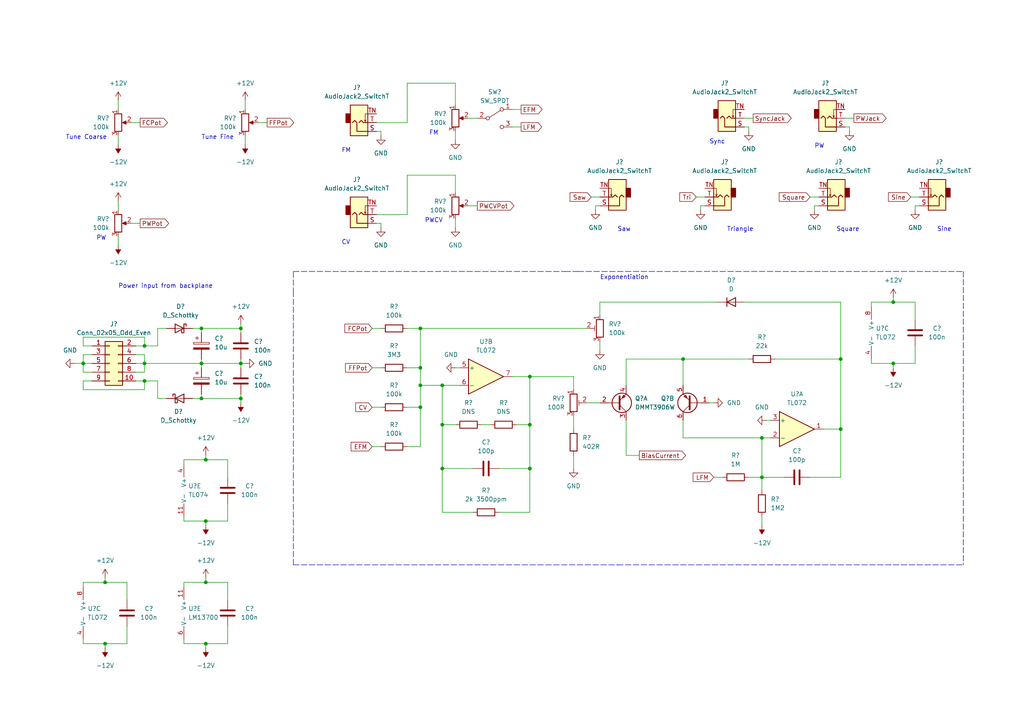
<source format=kicad_sch>
(kicad_sch (version 20211123) (generator eeschema)
  (paper "A4")
  (lib_symbols
    (symbol "Amplifier_Operational:LM13700" (pin_names (offset 0.127))
      (property "Reference" "U" (at 3.81 5.08 0))
      (property "Value" "LM13700" (at 5.08 -5.08 0))
      (symbol "LM13700_1_1"
        (polyline (pts (xy 3.81 -0.635) (xy 3.81 -2.54) (xy 5.08 -2.54)))
        (polyline (pts (xy 5.08 0) (xy -5.08 -5.08) (xy -5.08 5.08) (xy 5.08 0)) (stroke (width 0.254)) (fill (type background)))
        (pin output line (at 7.62 0 180) (length 2.54) (name "~") (number "12"))
        (pin input line (at -7.62 2.54 0) (length 2.54) (name "-") (number "13"))
        (pin input line (at -7.62 -2.54 0) (length 2.54) (name "+") (number "14"))
        (pin input line (at -7.62 0 0) (length 2.54) (name "DIODE_BIAS") (number "15"))
        (pin input line (at 7.62 -2.54 180) (length 2.54) (name "~") (number "16"))
      )
      (symbol "LM13700_2_0"
        (polyline (pts (xy -1.905 2.54) (xy -3.175 2.54)))
      )
      (symbol "LM13700_2_1"
        (circle (center -2.54 1.905) (radius 0.254) (stroke (width 0.254)) (fill (type outline)))
        (polyline (pts (xy -3.81 -0.635) (xy -2.54 -1.27)))
        (polyline (pts (xy -3.81 1.27) (xy -3.81 -1.27)))
        (polyline (pts (xy -2.54 -1.905) (xy -1.27 -2.54)))
        (polyline (pts (xy -2.54 0) (xy -2.54 -2.54)))
        (polyline (pts (xy -3.81 0.635) (xy -2.54 1.27) (xy -2.54 1.905) (xy -2.54 2.54)))
        (polyline (pts (xy -2.54 -1.27) (xy -3.175 -0.635) (xy -3.175 -1.27) (xy -2.54 -1.27)) (fill (type outline)))
        (polyline (pts (xy -2.54 -0.635) (xy -1.27 0) (xy -1.27 1.905) (xy -2.54 1.905)))
        (polyline (pts (xy -1.27 -2.54) (xy -1.905 -1.905) (xy -1.905 -2.54) (xy -1.27 -2.54)) (fill (type outline)))
        (text "V+" (at -2.54 3.81 0) (effects (font (size 1.27 1.27))))
        (pin input line (at -7.62 0 0) (length 3.81) (name "~") (number "10"))
        (pin output line (at 2.54 -2.54 180) (length 3.81) (name "~") (number "9"))
      )
      (symbol "LM13700_3_1"
        (polyline (pts (xy 3.81 -0.635) (xy 3.81 -2.54) (xy 5.08 -2.54)))
        (polyline (pts (xy 5.08 0) (xy -5.08 -5.08) (xy -5.08 5.08) (xy 5.08 0)) (stroke (width 0.254)) (fill (type background)))
        (pin input line (at 7.62 -2.54 180) (length 2.54) (name "~") (number "1"))
        (pin input line (at -7.62 0 0) (length 2.54) (name "DIODE_BIAS") (number "2"))
        (pin input line (at -7.62 -2.54 0) (length 2.54) (name "+") (number "3"))
        (pin input line (at -7.62 2.54 0) (length 2.54) (name "-") (number "4"))
        (pin output line (at 7.62 0 180) (length 2.54) (name "~") (number "5"))
      )
      (symbol "LM13700_4_0"
        (polyline (pts (xy -3.175 2.54) (xy -1.905 2.54)))
        (text "V+" (at -2.54 3.81 0) (effects (font (size 1.27 1.27))))
      )
      (symbol "LM13700_4_1"
        (circle (center -2.54 1.905) (radius 0.254) (stroke (width 0.254)) (fill (type outline)))
        (polyline (pts (xy -3.81 -0.635) (xy -2.54 -1.27)))
        (polyline (pts (xy -3.81 1.27) (xy -3.81 -1.27)))
        (polyline (pts (xy -2.54 -1.905) (xy -1.27 -2.54)))
        (polyline (pts (xy -2.54 0) (xy -2.54 -2.54)))
        (polyline (pts (xy -3.81 0.635) (xy -2.54 1.27) (xy -2.54 2.54)))
        (polyline (pts (xy -2.54 -1.27) (xy -3.175 -0.635) (xy -3.175 -1.27) (xy -2.54 -1.27)) (fill (type outline)))
        (polyline (pts (xy -2.54 -0.635) (xy -1.27 0) (xy -1.27 1.905) (xy -2.54 1.905)))
        (polyline (pts (xy -1.27 -2.54) (xy -1.905 -1.905) (xy -1.905 -2.54) (xy -1.27 -2.54)) (fill (type outline)))
        (pin input line (at -7.62 0 0) (length 3.81) (name "~") (number "7"))
        (pin output line (at 2.54 -2.54 180) (length 3.81) (name "~") (number "8"))
      )
      (symbol "LM13700_5_1"
        (pin power_in line (at -2.54 7.62 270) (length 3.81) (name "V+") (number "11"))
        (pin power_in line (at -2.54 -7.62 90) (length 3.81) (name "V-") (number "6"))
      )
    )
    (symbol "Amplifier_Operational:TL072" (pin_names (offset 0.127))
      (property "Reference" "U" (at 0 5.08 0))
      (property "Value" "TL072" (at 0 -5.08 0))
      (symbol "TL072_1_1"
        (polyline (pts (xy -5.08 5.08) (xy 5.08 0) (xy -5.08 -5.08) (xy -5.08 5.08)) (stroke (width 0.254)) (fill (type background)))
        (pin output line (at 7.62 0 180) (length 2.54) (name "~") (number "1"))
        (pin input line (at -7.62 -2.54 0) (length 2.54) (name "-") (number "2"))
        (pin input line (at -7.62 2.54 0) (length 2.54) (name "+") (number "3"))
      )
      (symbol "TL072_2_1"
        (polyline (pts (xy -5.08 5.08) (xy 5.08 0) (xy -5.08 -5.08) (xy -5.08 5.08)) (stroke (width 0.254)) (fill (type background)))
        (pin input line (at -7.62 2.54 0) (length 2.54) (name "+") (number "5"))
        (pin input line (at -7.62 -2.54 0) (length 2.54) (name "-") (number "6"))
        (pin output line (at 7.62 0 180) (length 2.54) (name "~") (number "7"))
      )
      (symbol "TL072_3_1"
        (pin power_in line (at -2.54 -7.62 90) (length 3.81) (name "V-") (number "4"))
        (pin power_in line (at -2.54 7.62 270) (length 3.81) (name "V+") (number "8"))
      )
    )
    (symbol "Amplifier_Operational:TL074" (pin_names (offset 0.127))
      (property "Reference" "U" (at 0 5.08 0))
      (property "Value" "TL074" (at 0 -5.08 0))
      (symbol "TL074_1_1"
        (polyline (pts (xy -5.08 5.08) (xy 5.08 0) (xy -5.08 -5.08) (xy -5.08 5.08)) (stroke (width 0.254)) (fill (type background)))
        (pin output line (at 7.62 0 180) (length 2.54) (name "~") (number "1"))
        (pin input line (at -7.62 -2.54 0) (length 2.54) (name "-") (number "2"))
        (pin input line (at -7.62 2.54 0) (length 2.54) (name "+") (number "3"))
      )
      (symbol "TL074_2_1"
        (polyline (pts (xy -5.08 5.08) (xy 5.08 0) (xy -5.08 -5.08) (xy -5.08 5.08)) (stroke (width 0.254)) (fill (type background)))
        (pin input line (at -7.62 2.54 0) (length 2.54) (name "+") (number "5"))
        (pin input line (at -7.62 -2.54 0) (length 2.54) (name "-") (number "6"))
        (pin output line (at 7.62 0 180) (length 2.54) (name "~") (number "7"))
      )
      (symbol "TL074_3_1"
        (polyline (pts (xy -5.08 5.08) (xy 5.08 0) (xy -5.08 -5.08) (xy -5.08 5.08)) (stroke (width 0.254)) (fill (type background)))
        (pin input line (at -7.62 2.54 0) (length 2.54) (name "+") (number "10"))
        (pin output line (at 7.62 0 180) (length 2.54) (name "~") (number "8"))
        (pin input line (at -7.62 -2.54 0) (length 2.54) (name "-") (number "9"))
      )
      (symbol "TL074_4_1"
        (polyline (pts (xy -5.08 5.08) (xy 5.08 0) (xy -5.08 -5.08) (xy -5.08 5.08)) (stroke (width 0.254)) (fill (type background)))
        (pin input line (at -7.62 2.54 0) (length 2.54) (name "+") (number "12"))
        (pin input line (at -7.62 -2.54 0) (length 2.54) (name "-") (number "13"))
        (pin output line (at 7.62 0 180) (length 2.54) (name "~") (number "14"))
      )
      (symbol "TL074_5_1"
        (pin power_in line (at -2.54 -7.62 90) (length 3.81) (name "V-") (number "11"))
        (pin power_in line (at -2.54 7.62 270) (length 3.81) (name "V+") (number "4"))
      )
    )
    (symbol "Connector:AudioJack2_SwitchT"
      (property "Reference" "J" (at 0 8.89 0))
      (property "Value" "AudioJack2_SwitchT" (at 0 6.35 0))
      (symbol "AudioJack2_SwitchT_0_1"
        (rectangle (start -2.54 0) (end -3.81 -2.54) (stroke (width 0.254)) (fill (type outline)))
        (polyline (pts (xy 1.778 -0.254) (xy 2.032 -0.762)))
        (polyline (pts (xy 0 0) (xy 0.635 -0.635) (xy 1.27 0) (xy 2.54 0)) (stroke (width 0.254)))
        (polyline (pts (xy 2.54 -2.54) (xy 1.778 -2.54) (xy 1.778 -0.254) (xy 1.524 -0.762)))
        (polyline (pts (xy 2.54 2.54) (xy -0.635 2.54) (xy -0.635 0) (xy -1.27 -0.635) (xy -1.905 0)) (stroke (width 0.254)))
        (rectangle (start 2.54 3.81) (end -2.54 -5.08) (stroke (width 0.254)) (fill (type background)))
      )
      (symbol "AudioJack2_SwitchT_1_1"
        (pin passive line (at 5.08 2.54 180) (length 2.54) (name "~") (number "S"))
        (pin passive line (at 5.08 0 180) (length 2.54) (name "~") (number "T"))
        (pin passive line (at 5.08 -2.54 180) (length 2.54) (name "~") (number "TN"))
      )
    )
    (symbol "Connector_Generic:Conn_02x05_Odd_Even" (pin_names (offset 1.016) hide)
      (property "Reference" "J" (at 1.27 7.62 0))
      (property "Value" "Conn_02x05_Odd_Even" (at 1.27 -7.62 0))
      (symbol "Conn_02x05_Odd_Even_1_1"
        (rectangle (start -1.27 -4.953) (end 0 -5.207) (stroke (width 0.1524)))
        (rectangle (start -1.27 -2.413) (end 0 -2.667) (stroke (width 0.1524)))
        (rectangle (start -1.27 0.127) (end 0 -0.127) (stroke (width 0.1524)))
        (rectangle (start -1.27 2.667) (end 0 2.413) (stroke (width 0.1524)))
        (rectangle (start -1.27 5.207) (end 0 4.953) (stroke (width 0.1524)))
        (rectangle (start -1.27 6.35) (end 3.81 -6.35) (stroke (width 0.254)) (fill (type background)))
        (rectangle (start 3.81 -4.953) (end 2.54 -5.207) (stroke (width 0.1524)))
        (rectangle (start 3.81 -2.413) (end 2.54 -2.667) (stroke (width 0.1524)))
        (rectangle (start 3.81 0.127) (end 2.54 -0.127) (stroke (width 0.1524)))
        (rectangle (start 3.81 2.667) (end 2.54 2.413) (stroke (width 0.1524)))
        (rectangle (start 3.81 5.207) (end 2.54 4.953) (stroke (width 0.1524)))
        (pin passive line (at -5.08 5.08 0) (length 3.81) (name "Pin_1") (number "1"))
        (pin passive line (at 7.62 -5.08 180) (length 3.81) (name "Pin_10") (number "10"))
        (pin passive line (at 7.62 5.08 180) (length 3.81) (name "Pin_2") (number "2"))
        (pin passive line (at -5.08 2.54 0) (length 3.81) (name "Pin_3") (number "3"))
        (pin passive line (at 7.62 2.54 180) (length 3.81) (name "Pin_4") (number "4"))
        (pin passive line (at -5.08 0 0) (length 3.81) (name "Pin_5") (number "5"))
        (pin passive line (at 7.62 0 180) (length 3.81) (name "Pin_6") (number "6"))
        (pin passive line (at -5.08 -2.54 0) (length 3.81) (name "Pin_7") (number "7"))
        (pin passive line (at 7.62 -2.54 180) (length 3.81) (name "Pin_8") (number "8"))
        (pin passive line (at -5.08 -5.08 0) (length 3.81) (name "Pin_9") (number "9"))
      )
    )
    (symbol "Device:C" (pin_numbers hide) (pin_names (offset 0.254))
      (property "Reference" "C" (at 0.635 2.54 0))
      (property "Value" "C" (at 0.635 -2.54 0))
      (symbol "C_0_1"
        (polyline (pts (xy -2.032 -0.762) (xy 2.032 -0.762)) (stroke (width 0.508)))
        (polyline (pts (xy -2.032 0.762) (xy 2.032 0.762)) (stroke (width 0.508)))
      )
      (symbol "C_1_1"
        (pin passive line (at 0 3.81 270) (length 2.794) (name "~") (number "1"))
        (pin passive line (at 0 -3.81 90) (length 2.794) (name "~") (number "2"))
      )
    )
    (symbol "Device:C_Polarized" (pin_numbers hide) (pin_names (offset 0.254))
      (property "Reference" "C" (at 0.635 2.54 0))
      (property "Value" "C_Polarized" (at 0.635 -2.54 0))
      (symbol "C_Polarized_0_1"
        (rectangle (start -2.286 0.508) (end 2.286 1.016))
        (polyline (pts (xy -1.778 2.286) (xy -0.762 2.286)))
        (polyline (pts (xy -1.27 2.794) (xy -1.27 1.778)))
        (rectangle (start 2.286 -0.508) (end -2.286 -1.016) (fill (type outline)))
      )
      (symbol "C_Polarized_1_1"
        (pin passive line (at 0 3.81 270) (length 2.794) (name "~") (number "1"))
        (pin passive line (at 0 -3.81 90) (length 2.794) (name "~") (number "2"))
      )
    )
    (symbol "Device:D" (pin_numbers hide) (pin_names (offset 1.016) hide)
      (property "Reference" "D" (at 0 2.54 0))
      (property "Value" "D" (at 0 -2.54 0))
      (symbol "D_0_1"
        (polyline (pts (xy -1.27 1.27) (xy -1.27 -1.27)) (stroke (width 0.254)))
        (polyline (pts (xy 1.27 0) (xy -1.27 0)))
        (polyline (pts (xy 1.27 1.27) (xy 1.27 -1.27) (xy -1.27 0) (xy 1.27 1.27)) (stroke (width 0.254)))
      )
      (symbol "D_1_1"
        (pin passive line (at -3.81 0 0) (length 2.54) (name "K") (number "1"))
        (pin passive line (at 3.81 0 180) (length 2.54) (name "A") (number "2"))
      )
    )
    (symbol "Device:D_Schottky" (pin_numbers hide) (pin_names (offset 1.016) hide)
      (property "Reference" "D" (at 0 2.54 0))
      (property "Value" "D_Schottky" (at 0 -2.54 0))
      (symbol "D_Schottky_0_1"
        (polyline (pts (xy 1.27 0) (xy -1.27 0)))
        (polyline (pts (xy 1.27 1.27) (xy 1.27 -1.27) (xy -1.27 0) (xy 1.27 1.27)) (stroke (width 0.254)))
        (polyline (pts (xy -1.905 0.635) (xy -1.905 1.27) (xy -1.27 1.27) (xy -1.27 -1.27) (xy -0.635 -1.27) (xy -0.635 -0.635)) (stroke (width 0.254)))
      )
      (symbol "D_Schottky_1_1"
        (pin passive line (at -3.81 0 0) (length 2.54) (name "K") (number "1"))
        (pin passive line (at 3.81 0 180) (length 2.54) (name "A") (number "2"))
      )
    )
    (symbol "Device:R" (pin_numbers hide) (pin_names (offset 0))
      (property "Reference" "R" (at 2.032 0 90))
      (property "Value" "R" (at 0 0 90))
      (symbol "R_0_1"
        (rectangle (start -1.016 -2.54) (end 1.016 2.54) (stroke (width 0.254)))
      )
      (symbol "R_1_1"
        (pin passive line (at 0 3.81 270) (length 1.27) (name "~") (number "1"))
        (pin passive line (at 0 -3.81 90) (length 1.27) (name "~") (number "2"))
      )
    )
    (symbol "Device:R_Potentiometer" (pin_names (offset 1.016) hide)
      (property "Reference" "RV" (at -4.445 0 90))
      (property "Value" "R_Potentiometer" (at -2.54 0 90))
      (symbol "R_Potentiometer_0_1"
        (polyline (pts (xy 2.54 0) (xy 1.524 0)))
        (polyline (pts (xy 1.143 0) (xy 2.286 0.508) (xy 2.286 -0.508) (xy 1.143 0)) (fill (type outline)))
        (rectangle (start 1.016 2.54) (end -1.016 -2.54) (stroke (width 0.254)))
      )
      (symbol "R_Potentiometer_1_1"
        (pin passive line (at 0 3.81 270) (length 1.27) (name "1") (number "1"))
        (pin passive line (at 3.81 0 180) (length 1.27) (name "2") (number "2"))
        (pin passive line (at 0 -3.81 90) (length 1.27) (name "3") (number "3"))
      )
    )
    (symbol "Device:R_Potentiometer_Trim" (pin_names (offset 1.016) hide)
      (property "Reference" "RV" (at -4.445 0 90))
      (property "Value" "R_Potentiometer_Trim" (at -2.54 0 90))
      (symbol "R_Potentiometer_Trim_0_1"
        (polyline (pts (xy 1.524 0.762) (xy 1.524 -0.762)))
        (polyline (pts (xy 2.54 0) (xy 1.524 0)))
        (rectangle (start 1.016 2.54) (end -1.016 -2.54) (stroke (width 0.254)))
      )
      (symbol "R_Potentiometer_Trim_1_1"
        (pin passive line (at 0 3.81 270) (length 1.27) (name "1") (number "1"))
        (pin passive line (at 3.81 0 180) (length 1.27) (name "2") (number "2"))
        (pin passive line (at 0 -3.81 90) (length 1.27) (name "3") (number "3"))
      )
    )
    (symbol "My_Misc:DMMT3906W" (pin_names (offset 0) hide)
      (property "Reference" "Q" (at 5.08 1.27 0))
      (property "Value" "DMMT3906W" (at 5.08 -1.27 0))
      (symbol "DMMT3906W_0_1"
        (polyline (pts (xy 0.635 0) (xy -2.54 0)))
        (polyline (pts (xy 0.635 0.635) (xy 2.54 2.54)))
        (polyline (pts (xy 0.635 -0.635) (xy 2.54 -2.54) (xy 2.54 -2.54)))
        (polyline (pts (xy 0.635 1.905) (xy 0.635 -1.905) (xy 0.635 -1.905)) (stroke (width 0.508)))
        (polyline (pts (xy 2.286 -1.778) (xy 1.778 -2.286) (xy 1.27 -1.27) (xy 2.286 -1.778) (xy 2.286 -1.778)) (fill (type outline)))
        (circle (center 1.27 0) (radius 2.8194) (stroke (width 0.254)))
      )
      (symbol "DMMT3906W_1_1"
        (pin input line (at -5.08 0 0) (length 2.54) (name "B1") (number "2"))
        (pin passive line (at 2.54 5.08 270) (length 2.54) (name "C1") (number "3"))
        (pin passive line (at 2.54 -5.08 90) (length 2.54) (name "E1") (number "4"))
      )
      (symbol "DMMT3906W_2_1"
        (pin input line (at -5.08 0 0) (length 2.54) (name "B2") (number "1"))
        (pin passive line (at 2.54 -5.08 90) (length 2.54) (name "E2") (number "5"))
        (pin passive line (at 2.54 5.08 270) (length 2.54) (name "C2") (number "6"))
      )
    )
    (symbol "Switch:SW_SPDT" (pin_names (offset 0) hide)
      (property "Reference" "SW" (at 0 4.318 0))
      (property "Value" "SW_SPDT" (at 0 -5.08 0))
      (symbol "SW_SPDT_0_0"
        (circle (center -2.032 0) (radius 0.508))
        (circle (center 2.032 -2.54) (radius 0.508))
      )
      (symbol "SW_SPDT_0_1"
        (polyline (pts (xy -1.524 0.254) (xy 1.651 2.286)))
        (circle (center 2.032 2.54) (radius 0.508))
      )
      (symbol "SW_SPDT_1_1"
        (pin passive line (at 5.08 2.54 180) (length 2.54) (name "A") (number "1"))
        (pin passive line (at -5.08 0 0) (length 2.54) (name "B") (number "2"))
        (pin passive line (at 5.08 -2.54 180) (length 2.54) (name "C") (number "3"))
      )
    )
    (symbol "power:+12V" (power) (pin_names (offset 0))
      (property "Value" "+12V" (at 0 3.556 0))
      (symbol "+12V_0_1"
        (polyline (pts (xy -0.762 1.27) (xy 0 2.54)))
        (polyline (pts (xy 0 0) (xy 0 2.54)))
        (polyline (pts (xy 0 2.54) (xy 0.762 1.27)))
      )
      (symbol "+12V_1_1"
        (pin power_in line (at 0 0 90) (length 0) hide (name "+12V") (number "1"))
      )
    )
    (symbol "power:-12V" (power) (pin_names (offset 0))
      (property "Value" "-12V" (at 0 3.81 0))
      (symbol "-12V_0_0"
        (pin power_in line (at 0 0 90) (length 0) hide (name "-12V") (number "1"))
      )
      (symbol "-12V_0_1"
        (polyline (pts (xy 0 0) (xy 0 1.27) (xy 0.762 1.27) (xy 0 2.54) (xy -0.762 1.27) (xy 0 1.27)) (fill (type outline)))
      )
    )
    (symbol "power:GND" (power) (pin_names (offset 0))
      (property "Value" "GND" (at 0 -3.81 0))
      (symbol "GND_0_1"
        (polyline (pts (xy 0 0) (xy 0 -1.27) (xy 1.27 -1.27) (xy 0 -2.54) (xy -1.27 -1.27) (xy 0 -1.27)))
      )
      (symbol "GND_1_1"
        (pin power_in line (at 0 0 270) (length 0) hide (name "GND") (number "1"))
      )
    )
  )
  (junction (at 58.42 105.41))
  (junction (at 59.69 151.13))
  (junction (at 59.69 168.91))
  (junction (at 128.27 135.89))
  (junction (at 153.67 135.89))
  (junction (at 41.91 100.33))
  (junction (at 69.85 105.41))
  (junction (at 30.48 186.69))
  (junction (at 41.91 110.49))
  (junction (at 121.92 106.68))
  (junction (at 128.27 123.19))
  (junction (at 58.42 95.25))
  (junction (at 24.13 105.41))
  (junction (at 59.69 186.69))
  (junction (at 220.98 138.43))
  (junction (at 121.92 118.11))
  (junction (at 69.85 115.57))
  (junction (at 259.08 87.63))
  (junction (at 128.27 111.76))
  (junction (at 121.92 95.25))
  (junction (at 121.92 111.76))
  (junction (at 69.85 95.25))
  (junction (at 30.48 168.91))
  (junction (at 153.67 123.19))
  (junction (at 153.67 109.22))
  (junction (at 58.42 115.57))
  (junction (at 41.91 105.41))
  (junction (at 59.69 133.35))
  (junction (at 243.84 124.46))
  (junction (at 198.12 104.14))
  (junction (at 220.98 127))
  (junction (at 259.08 105.41))
  (junction (at 243.84 104.14))
  (wire (pts (xy 153.67 123.19) (xy 153.67 109.22)))
  (wire (pts (xy 121.92 95.25) (xy 170.18 95.25)))
  (wire (pts (xy 26.67 100.33) (xy 24.13 100.33)))
  (wire (pts (xy 36.83 181.61) (xy 36.83 186.69)))
  (wire (pts (xy 109.22 62.23) (xy 118.11 62.23)))
  (wire (pts (xy 66.04 181.61) (xy 66.04 186.69)))
  (wire (pts (xy 107.95 106.68) (xy 110.49 106.68)))
  (wire (pts (xy 181.61 104.14) (xy 198.12 104.14)))
  (wire (pts (xy 69.85 93.98) (xy 69.85 95.25)))
  (wire (pts (xy 132.08 50.8) (xy 132.08 55.88)))
  (wire (pts (xy 107.95 95.25) (xy 110.49 95.25)))
  (wire (pts (xy 121.92 106.68) (xy 121.92 111.76)))
  (wire (pts (xy 128.27 123.19) (xy 132.08 123.19)))
  (wire (pts (xy 41.91 110.49) (xy 45.72 110.49)))
  (wire (pts (xy 215.9 87.63) (xy 243.84 87.63)))
  (wire (pts (xy 118.11 50.8) (xy 118.11 62.23)))
  (wire (pts (xy 30.48 186.69) (xy 30.48 187.96)))
  (wire (pts (xy 53.34 149.86) (xy 53.34 151.13)))
  (wire (pts (xy 66.04 138.43) (xy 66.04 133.35)))
  (wire (pts (xy 215.9 36.83) (xy 217.17 36.83)))
  (wire (pts (xy 59.69 167.64) (xy 59.69 168.91)))
  (wire (pts (xy 58.42 115.57) (xy 69.85 115.57)))
  (wire (pts (xy 220.98 138.43) (xy 227.33 138.43)))
  (wire (pts (xy 53.34 170.18) (xy 53.34 168.91)))
  (wire (pts (xy 55.88 115.57) (xy 58.42 115.57)))
  (wire (pts (xy 148.59 31.75) (xy 151.13 31.75)))
  (wire (pts (xy 234.95 57.15) (xy 237.49 57.15)))
  (wire (pts (xy 118.11 95.25) (xy 121.92 95.25)))
  (wire (pts (xy 265.43 87.63) (xy 265.43 92.71)))
  (wire (pts (xy 118.11 129.54) (xy 121.92 129.54)))
  (wire (pts (xy 45.72 115.57) (xy 48.26 115.57)))
  (wire (pts (xy 41.91 100.33) (xy 39.37 100.33)))
  (wire (pts (xy 135.89 34.29) (xy 138.43 34.29)))
  (wire (pts (xy 30.48 168.91) (xy 36.83 168.91)))
  (wire (pts (xy 132.08 106.68) (xy 133.35 106.68)))
  (wire (pts (xy 118.11 24.13) (xy 132.08 24.13)))
  (wire (pts (xy 59.69 133.35) (xy 59.69 132.08)))
  (wire (pts (xy 205.74 116.84) (xy 207.01 116.84)))
  (wire (pts (xy 153.67 135.89) (xy 153.67 123.19)))
  (wire (pts (xy 53.34 186.69) (xy 53.34 185.42)))
  (wire (pts (xy 71.12 39.37) (xy 71.12 41.91)))
  (wire (pts (xy 243.84 104.14) (xy 243.84 124.46)))
  (wire (pts (xy 24.13 107.95) (xy 26.67 107.95)))
  (wire (pts (xy 259.08 105.41) (xy 252.73 105.41)))
  (wire (pts (xy 74.93 35.56) (xy 77.47 35.56)))
  (wire (pts (xy 38.1 64.77) (xy 40.64 64.77)))
  (wire (pts (xy 264.16 57.15) (xy 266.7 57.15)))
  (wire (pts (xy 53.34 168.91) (xy 59.69 168.91)))
  (wire (pts (xy 38.1 35.56) (xy 40.64 35.56)))
  (wire (pts (xy 265.43 100.33) (xy 265.43 105.41)))
  (wire (pts (xy 34.29 29.21) (xy 34.29 31.75)))
  (wire (pts (xy 220.98 149.86) (xy 220.98 152.4)))
  (wire (pts (xy 66.04 186.69) (xy 59.69 186.69)))
  (wire (pts (xy 24.13 110.49) (xy 24.13 113.03)))
  (wire (pts (xy 69.85 114.3) (xy 69.85 115.57)))
  (wire (pts (xy 149.86 123.19) (xy 153.67 123.19)))
  (wire (pts (xy 128.27 135.89) (xy 137.16 135.89)))
  (wire (pts (xy 45.72 110.49) (xy 45.72 115.57)))
  (wire (pts (xy 198.12 127) (xy 220.98 127)))
  (wire (pts (xy 153.67 109.22) (xy 148.59 109.22)))
  (polyline (pts (xy 85.09 78.74) (xy 163.83 78.74)))
  (wire (pts (xy 45.72 100.33) (xy 45.72 95.25)))
  (wire (pts (xy 173.99 99.06) (xy 173.99 101.6)))
  (wire (pts (xy 170.18 116.84) (xy 173.99 116.84)))
  (wire (pts (xy 24.13 97.79) (xy 41.91 97.79)))
  (wire (pts (xy 71.12 29.21) (xy 71.12 31.75)))
  (wire (pts (xy 121.92 118.11) (xy 121.92 111.76)))
  (wire (pts (xy 21.59 105.41) (xy 24.13 105.41)))
  (polyline (pts (xy 85.09 85.09) (xy 85.09 78.74)))
  (wire (pts (xy 132.08 63.5) (xy 132.08 66.04)))
  (wire (pts (xy 109.22 64.77) (xy 110.49 64.77)))
  (wire (pts (xy 69.85 105.41) (xy 69.85 106.68)))
  (wire (pts (xy 266.7 59.69) (xy 265.43 59.69)))
  (wire (pts (xy 220.98 127) (xy 220.98 138.43)))
  (wire (pts (xy 128.27 135.89) (xy 128.27 148.59)))
  (wire (pts (xy 59.69 151.13) (xy 59.69 152.4)))
  (wire (pts (xy 109.22 35.56) (xy 118.11 35.56)))
  (wire (pts (xy 121.92 95.25) (xy 121.92 106.68)))
  (wire (pts (xy 243.84 138.43) (xy 243.84 124.46)))
  (wire (pts (xy 132.08 38.1) (xy 132.08 40.64)))
  (wire (pts (xy 24.13 105.41) (xy 26.67 105.41)))
  (wire (pts (xy 132.08 24.13) (xy 132.08 30.48)))
  (wire (pts (xy 58.42 105.41) (xy 69.85 105.41)))
  (wire (pts (xy 166.37 109.22) (xy 166.37 113.03)))
  (wire (pts (xy 24.13 170.18) (xy 24.13 168.91)))
  (wire (pts (xy 128.27 148.59) (xy 137.16 148.59)))
  (wire (pts (xy 30.48 167.64) (xy 30.48 168.91)))
  (wire (pts (xy 24.13 105.41) (xy 24.13 102.87)))
  (wire (pts (xy 153.67 148.59) (xy 153.67 135.89)))
  (wire (pts (xy 128.27 123.19) (xy 128.27 135.89)))
  (wire (pts (xy 34.29 39.37) (xy 34.29 41.91)))
  (wire (pts (xy 245.11 36.83) (xy 246.38 36.83)))
  (wire (pts (xy 59.69 186.69) (xy 53.34 186.69)))
  (wire (pts (xy 24.13 100.33) (xy 24.13 97.79)))
  (wire (pts (xy 110.49 64.77) (xy 110.49 66.04)))
  (wire (pts (xy 34.29 58.42) (xy 34.29 60.96)))
  (wire (pts (xy 265.43 105.41) (xy 259.08 105.41)))
  (wire (pts (xy 252.73 88.9) (xy 252.73 87.63)))
  (wire (pts (xy 201.93 57.15) (xy 204.47 57.15)))
  (wire (pts (xy 53.34 151.13) (xy 59.69 151.13)))
  (wire (pts (xy 173.99 87.63) (xy 208.28 87.63)))
  (wire (pts (xy 173.99 91.44) (xy 173.99 87.63)))
  (wire (pts (xy 41.91 110.49) (xy 39.37 110.49)))
  (wire (pts (xy 171.45 57.15) (xy 173.99 57.15)))
  (wire (pts (xy 69.85 95.25) (xy 69.85 96.52)))
  (polyline (pts (xy 163.83 78.74) (xy 167.64 78.74)))
  (wire (pts (xy 259.08 86.36) (xy 259.08 87.63)))
  (wire (pts (xy 39.37 105.41) (xy 41.91 105.41)))
  (wire (pts (xy 36.83 168.91) (xy 36.83 173.99)))
  (wire (pts (xy 259.08 87.63) (xy 265.43 87.63)))
  (wire (pts (xy 252.73 105.41) (xy 252.73 104.14)))
  (wire (pts (xy 107.95 129.54) (xy 110.49 129.54)))
  (wire (pts (xy 30.48 186.69) (xy 24.13 186.69)))
  (wire (pts (xy 217.17 138.43) (xy 220.98 138.43)))
  (wire (pts (xy 45.72 95.25) (xy 48.26 95.25)))
  (wire (pts (xy 110.49 38.1) (xy 110.49 39.37)))
  (wire (pts (xy 220.98 138.43) (xy 220.98 142.24)))
  (polyline (pts (xy 85.09 163.83) (xy 85.09 85.09)))
  (wire (pts (xy 66.04 151.13) (xy 66.04 146.05)))
  (wire (pts (xy 172.72 59.69) (xy 172.72 60.96)))
  (wire (pts (xy 69.85 115.57) (xy 69.85 116.84)))
  (wire (pts (xy 144.78 148.59) (xy 153.67 148.59)))
  (polyline (pts (xy 179.07 163.83) (xy 179.07 163.83)))
  (wire (pts (xy 58.42 95.25) (xy 58.42 96.52)))
  (wire (pts (xy 34.29 68.58) (xy 34.29 71.12)))
  (wire (pts (xy 259.08 105.41) (xy 259.08 106.68)))
  (wire (pts (xy 118.11 35.56) (xy 118.11 24.13)))
  (wire (pts (xy 198.12 121.92) (xy 198.12 127)))
  (wire (pts (xy 58.42 105.41) (xy 58.42 106.68)))
  (wire (pts (xy 66.04 168.91) (xy 66.04 173.99)))
  (wire (pts (xy 107.95 118.11) (xy 110.49 118.11)))
  (wire (pts (xy 181.61 132.08) (xy 185.42 132.08)))
  (wire (pts (xy 245.11 34.29) (xy 247.65 34.29)))
  (wire (pts (xy 265.43 59.69) (xy 265.43 60.96)))
  (wire (pts (xy 58.42 95.25) (xy 69.85 95.25)))
  (wire (pts (xy 222.25 121.92) (xy 223.52 121.92)))
  (wire (pts (xy 166.37 120.65) (xy 166.37 124.46)))
  (wire (pts (xy 53.34 133.35) (xy 53.34 134.62)))
  (wire (pts (xy 139.7 123.19) (xy 142.24 123.19)))
  (polyline (pts (xy 279.4 78.74) (xy 279.4 163.83)))
  (wire (pts (xy 204.47 59.69) (xy 203.2 59.69)))
  (wire (pts (xy 58.42 104.14) (xy 58.42 105.41)))
  (wire (pts (xy 217.17 36.83) (xy 217.17 38.1)))
  (wire (pts (xy 207.01 138.43) (xy 209.55 138.43)))
  (wire (pts (xy 36.83 186.69) (xy 30.48 186.69)))
  (wire (pts (xy 215.9 34.29) (xy 218.44 34.29)))
  (wire (pts (xy 237.49 59.69) (xy 236.22 59.69)))
  (wire (pts (xy 41.91 97.79) (xy 41.91 100.33)))
  (wire (pts (xy 121.92 111.76) (xy 128.27 111.76)))
  (wire (pts (xy 198.12 104.14) (xy 198.12 111.76)))
  (wire (pts (xy 220.98 127) (xy 223.52 127)))
  (wire (pts (xy 128.27 111.76) (xy 128.27 123.19)))
  (wire (pts (xy 69.85 105.41) (xy 71.12 105.41)))
  (wire (pts (xy 118.11 118.11) (xy 121.92 118.11)))
  (polyline (pts (xy 167.64 78.74) (xy 279.4 78.74)))
  (wire (pts (xy 39.37 107.95) (xy 41.91 107.95)))
  (wire (pts (xy 252.73 87.63) (xy 259.08 87.63)))
  (wire (pts (xy 59.69 186.69) (xy 59.69 187.96)))
  (wire (pts (xy 128.27 111.76) (xy 133.35 111.76)))
  (wire (pts (xy 59.69 133.35) (xy 53.34 133.35)))
  (wire (pts (xy 246.38 36.83) (xy 246.38 38.1)))
  (wire (pts (xy 39.37 102.87) (xy 41.91 102.87)))
  (wire (pts (xy 41.91 105.41) (xy 41.91 107.95)))
  (wire (pts (xy 41.91 105.41) (xy 58.42 105.41)))
  (wire (pts (xy 224.79 104.14) (xy 243.84 104.14)))
  (polyline (pts (xy 179.07 163.83) (xy 279.4 163.83)))
  (wire (pts (xy 243.84 87.63) (xy 243.84 104.14)))
  (wire (pts (xy 144.78 135.89) (xy 153.67 135.89)))
  (wire (pts (xy 59.69 151.13) (xy 66.04 151.13)))
  (wire (pts (xy 173.99 59.69) (xy 172.72 59.69)))
  (wire (pts (xy 181.61 121.92) (xy 181.61 132.08)))
  (wire (pts (xy 166.37 132.08) (xy 166.37 135.89)))
  (wire (pts (xy 153.67 109.22) (xy 166.37 109.22)))
  (wire (pts (xy 148.59 36.83) (xy 151.13 36.83)))
  (wire (pts (xy 41.91 113.03) (xy 41.91 110.49)))
  (wire (pts (xy 243.84 124.46) (xy 238.76 124.46)))
  (wire (pts (xy 58.42 114.3) (xy 58.42 115.57)))
  (wire (pts (xy 41.91 100.33) (xy 45.72 100.33)))
  (wire (pts (xy 55.88 95.25) (xy 58.42 95.25)))
  (polyline (pts (xy 85.09 163.83) (xy 179.07 163.83)))
  (wire (pts (xy 118.11 106.68) (xy 121.92 106.68)))
  (wire (pts (xy 198.12 104.14) (xy 217.17 104.14)))
  (wire (pts (xy 24.13 113.03) (xy 41.91 113.03)))
  (wire (pts (xy 69.85 104.14) (xy 69.85 105.41)))
  (wire (pts (xy 59.69 168.91) (xy 66.04 168.91)))
  (wire (pts (xy 41.91 105.41) (xy 41.91 102.87)))
  (wire (pts (xy 24.13 105.41) (xy 24.13 107.95)))
  (wire (pts (xy 121.92 118.11) (xy 121.92 129.54)))
  (wire (pts (xy 135.89 59.69) (xy 138.43 59.69)))
  (wire (pts (xy 203.2 59.69) (xy 203.2 60.96)))
  (wire (pts (xy 236.22 59.69) (xy 236.22 60.96)))
  (wire (pts (xy 24.13 102.87) (xy 26.67 102.87)))
  (wire (pts (xy 234.95 138.43) (xy 243.84 138.43)))
  (wire (pts (xy 26.67 110.49) (xy 24.13 110.49)))
  (wire (pts (xy 24.13 186.69) (xy 24.13 185.42)))
  (wire (pts (xy 181.61 111.76) (xy 181.61 104.14)))
  (wire (pts (xy 24.13 168.91) (xy 30.48 168.91)))
  (wire (pts (xy 132.08 50.8) (xy 118.11 50.8)))
  (wire (pts (xy 109.22 38.1) (xy 110.49 38.1)))
  (wire (pts (xy 66.04 133.35) (xy 59.69 133.35)))
  (text "Tune Coarse" (at 19.05 40.64 0) (effects (font (size 1.27 1.27)) (justify left bottom)))
  (text "PW" (at 27.94 69.85 0) (effects (font (size 1.27 1.27)) (justify left bottom)))
  (text "FM" (at 99.06 44.45 0) (effects (font (size 1.27 1.27)) (justify left bottom)))
  (text "Triangle" (at 210.82 67.31 0) (effects (font (size 1.27 1.27)) (justify left bottom)))
  (text "Power input from backplane" (at 34.29 83.82 0) (effects (font (size 1.27 1.27)) (justify left bottom)))
  (text "FM" (at 124.46 39.37 0) (effects (font (size 1.27 1.27)) (justify left bottom)))
  (text "Saw" (at 179.07 67.31 0) (effects (font (size 1.27 1.27)) (justify left bottom)))
  (text "Square" (at 242.57 67.31 0) (effects (font (size 1.27 1.27)) (justify left bottom)))
  (text "Sync" (at 205.74 41.91 0) (effects (font (size 1.27 1.27)) (justify left bottom)))
  (text "Exponentiation" (at 173.99 81.28 0) (effects (font (size 1.27 1.27)) (justify left bottom)))
  (text "Tune Fine" (at 58.42 40.64 0) (effects (font (size 1.27 1.27)) (justify left bottom)))
  (text "Sine" (at 271.78 67.31 0) (effects (font (size 1.27 1.27)) (justify left bottom)))
  (text "PW" (at 236.22 43.18 0) (effects (font (size 1.27 1.27)) (justify left bottom)))
  (text "CV" (at 99.06 71.12 0) (effects (font (size 1.27 1.27)) (justify left bottom)))
  (text "PWCV" (at 123.19 64.77 0) (effects (font (size 1.27 1.27)) (justify left bottom)))
  (global_label "Square" (shape input) (at 234.95 57.15 180) (property "Intersheet References" "${INTERSHEET_REFS}" (effects hide)))
  (global_label "FCPot" (shape output) (at 40.64 35.56 0) (property "Intersheet References" "${INTERSHEET_REFS}" (effects hide)))
  (global_label "FCPot" (shape input) (at 107.95 95.25 180) (property "Intersheet References" "${INTERSHEET_REFS}" (effects hide)))
  (global_label "PWPot" (shape output) (at 40.64 64.77 0) (property "Intersheet References" "${INTERSHEET_REFS}" (effects hide)))
  (global_label "PWJack" (shape output) (at 247.65 34.29 0) (property "Intersheet References" "${INTERSHEET_REFS}" (effects hide)))
  (global_label "Tri" (shape input) (at 201.93 57.15 180) (property "Intersheet References" "${INTERSHEET_REFS}" (effects hide)))
  (global_label "LFM" (shape output) (at 151.13 36.83 0) (property "Intersheet References" "${INTERSHEET_REFS}" (effects hide)))
  (global_label "FFPot" (shape input) (at 107.95 106.68 180) (property "Intersheet References" "${INTERSHEET_REFS}" (effects hide)))
  (global_label "FFPot" (shape output) (at 77.47 35.56 0) (property "Intersheet References" "${INTERSHEET_REFS}" (effects hide)))
  (global_label "Saw" (shape input) (at 171.45 57.15 180) (property "Intersheet References" "${INTERSHEET_REFS}" (effects hide)))
  (global_label "SyncJack" (shape output) (at 218.44 34.29 0) (property "Intersheet References" "${INTERSHEET_REFS}" (effects hide)))
  (global_label "EFM" (shape output) (at 151.13 31.75 0) (property "Intersheet References" "${INTERSHEET_REFS}" (effects hide)))
  (global_label "Sine" (shape input) (at 264.16 57.15 180) (property "Intersheet References" "${INTERSHEET_REFS}" (effects hide)))
  (global_label "CV" (shape input) (at 107.95 118.11 180) (property "Intersheet References" "${INTERSHEET_REFS}" (effects hide)))
  (global_label "PWCVPot" (shape output) (at 138.43 59.69 0) (property "Intersheet References" "${INTERSHEET_REFS}" (effects hide)))
  (global_label "BiasCurrent" (shape output) (at 185.42 132.08 0) (property "Intersheet References" "${INTERSHEET_REFS}" (effects hide)))
  (global_label "EFM" (shape input) (at 107.95 129.54 180) (property "Intersheet References" "${INTERSHEET_REFS}" (effects hide)))
  (global_label "LFM" (shape input) (at 207.01 138.43 180) (property "Intersheet References" "${INTERSHEET_REFS}" (effects hide)))
  (symbol (lib_id "power:GND") (at 21.59 105.41 270) (unit 1)
    (property "Reference" "#PWR?" (effects hide))
    (property "Value" "GND" (at 20.32 101.6 90))
  )
  (symbol (lib_id "Amplifier_Operational:TL072") (at 231.14 124.46 0) (unit 1)
    (property "Reference" "U?" (at 231.14 114.3 0))
    (property "Value" "TL072" (at 231.14 116.84 0))
    (property "Datasheet" "http://www.ti.com/lit/ds/symlink/tl071.pdf" (effects hide))
  )
  (symbol (lib_id "power:-12V") (at 69.85 116.84 180) (unit 1)
    (property "Reference" "#PWR?" (effects hide))
    (property "Value" "-12V" (at 69.85 121.92 0))
  )
  (symbol (lib_id "Device:D_Schottky") (at 52.07 95.25 0) (mirror y) (unit 1)
    (property "Reference" "D?" (at 52.3875 88.9 0))
    (property "Value" "D_Schottky" (at 52.3875 91.44 0))
  )
  (symbol (lib_id "Device:R_Potentiometer") (at 34.29 64.77 0) (unit 1)
    (property "Reference" "RV?" (at 31.75 63.4999 0) (effects (justify right)))
    (property "Value" "100k" (at 31.75 66.0399 0) (effects (justify right)))
  )
  (symbol (lib_id "Device:C") (at 36.83 177.8 0) (unit 1)
    (property "Reference" "C?" (at 41.91 176.5299 0) (effects (justify left)))
    (property "Value" "100n" (at 40.64 179.0699 0) (effects (justify left)))
  )
  (symbol (lib_id "power:-12V") (at 30.48 187.96 180) (unit 1)
    (property "Reference" "#PWR?" (effects hide))
    (property "Value" "-12V" (at 30.48 193.04 0))
  )
  (symbol (lib_id "power:GND") (at 71.12 105.41 90) (unit 1)
    (property "Reference" "#PWR?" (effects hide))
    (property "Value" "GND" (at 74.93 105.4099 90) (effects (justify right)))
  )
  (symbol (lib_id "power:-12V") (at 59.69 187.96 180) (unit 1)
    (property "Reference" "#PWR?" (effects hide))
    (property "Value" "-12V" (at 59.69 193.04 0))
  )
  (symbol (lib_id "Connector:AudioJack2_SwitchT") (at 210.82 34.29 0) (mirror x) (unit 1)
    (property "Reference" "J?" (at 210.185 24.13 0))
    (property "Value" "AudioJack2_SwitchT" (at 210.185 26.67 0))
  )
  (symbol (lib_id "power:-12V") (at 220.98 152.4 180) (unit 1)
    (property "Reference" "#PWR?" (effects hide))
    (property "Value" "-12V" (at 220.98 157.48 0))
  )
  (symbol (lib_id "power:GND") (at 132.08 40.64 0) (unit 1)
    (property "Reference" "#PWR?" (effects hide))
    (property "Value" "GND" (at 132.08 45.72 0))
  )
  (symbol (lib_id "Device:R_Potentiometer_Trim") (at 166.37 116.84 0) (unit 1)
    (property "Reference" "RV?" (at 163.83 115.5699 0) (effects (justify right)))
    (property "Value" "100R" (at 163.83 118.1099 0) (effects (justify right)))
  )
  (symbol (lib_id "Device:C") (at 265.43 96.52 0) (unit 1)
    (property "Reference" "C?" (at 270.51 95.2499 0) (effects (justify left)))
    (property "Value" "100n" (at 269.24 97.7899 0) (effects (justify left)))
  )
  (symbol (lib_id "power:GND") (at 236.22 60.96 0) (mirror y) (unit 1)
    (property "Reference" "#PWR?" (effects hide))
    (property "Value" "GND" (at 236.22 66.04 0))
  )
  (symbol (lib_id "power:-12V") (at 71.12 41.91 180) (unit 1)
    (property "Reference" "#PWR?" (effects hide))
    (property "Value" "-12V" (at 71.12 46.99 0))
  )
  (symbol (lib_id "Device:C") (at 69.85 100.33 0) (unit 1)
    (property "Reference" "C?" (at 73.66 99.0599 0) (effects (justify left)))
    (property "Value" "100n" (at 73.66 101.5999 0) (effects (justify left)))
  )
  (symbol (lib_id "Amplifier_Operational:TL072") (at 255.27 96.52 0) (unit 3)
    (property "Reference" "U?" (at 254 95.2499 0) (effects (justify left)))
    (property "Value" "TL072" (at 254 97.7899 0) (effects (justify left)))
    (property "Datasheet" "http://www.ti.com/lit/ds/symlink/tl071.pdf" (effects hide))
  )
  (symbol (lib_id "power:+12V") (at 34.29 58.42 0) (unit 1)
    (property "Reference" "#PWR?" (effects hide))
    (property "Value" "+12V" (at 34.29 53.34 0))
  )
  (symbol (lib_id "power:+12V") (at 30.48 167.64 0) (unit 1)
    (property "Reference" "#PWR?" (effects hide))
    (property "Value" "+12V" (at 30.48 162.56 0))
  )
  (symbol (lib_id "Device:R") (at 114.3 118.11 90) (unit 1)
    (property "Reference" "R?" (at 114.3 111.76 90))
    (property "Value" "100k" (at 114.3 114.3 90))
  )
  (symbol (lib_id "power:+12V") (at 59.69 167.64 0) (unit 1)
    (property "Reference" "#PWR?" (effects hide))
    (property "Value" "+12V" (at 59.69 162.56 0))
  )
  (symbol (lib_id "Device:R") (at 140.97 148.59 90) (unit 1)
    (property "Reference" "R?" (at 140.97 142.24 90))
    (property "Value" "2k 3500ppm" (at 140.97 144.78 90))
  )
  (symbol (lib_id "Connector:AudioJack2_SwitchT") (at 104.14 35.56 0) (mirror x) (unit 1)
    (property "Reference" "J?" (at 103.505 25.4 0))
    (property "Value" "AudioJack2_SwitchT" (at 103.505 27.94 0))
  )
  (symbol (lib_id "Device:R") (at 114.3 129.54 90) (unit 1)
    (property "Reference" "R?" (at 114.3 123.19 90))
    (property "Value" "100k" (at 114.3 125.73 90))
  )
  (symbol (lib_id "Device:R_Potentiometer") (at 132.08 59.69 0) (unit 1)
    (property "Reference" "RV?" (at 129.54 58.4199 0) (effects (justify right)))
    (property "Value" "100k" (at 129.54 60.9599 0) (effects (justify right)))
  )
  (symbol (lib_id "My_Misc:DMMT3906W") (at 179.07 116.84 0) (mirror x) (unit 1)
    (property "Reference" "Q?" (at 184.15 115.5699 0) (effects (justify left)))
    (property "Value" "DMMT3906W" (at 184.15 118.1099 0) (effects (justify left)))
    (property "Footprint" "Package_TO_SOT_SMD:SOT-363_SC-70-6" (effects hide))
    (property "Datasheet" "https://www.diodes.com/assets/Datasheets/ds30312.pdf" (effects hide))
  )
  (symbol (lib_id "power:+12V") (at 59.69 132.08 0) (unit 1)
    (property "Reference" "#PWR?" (effects hide))
    (property "Value" "+12V" (at 59.69 127 0))
  )
  (symbol (lib_id "Connector:AudioJack2_SwitchT") (at 104.14 62.23 0) (mirror x) (unit 1)
    (property "Reference" "J?" (at 103.505 52.07 0))
    (property "Value" "AudioJack2_SwitchT" (at 103.505 54.61 0))
  )
  (symbol (lib_id "Device:R") (at 114.3 106.68 90) (unit 1)
    (property "Reference" "R?" (at 114.3 100.33 90))
    (property "Value" "3M3" (at 114.3 102.87 90))
  )
  (symbol (lib_id "power:GND") (at 265.43 60.96 0) (mirror y) (unit 1)
    (property "Reference" "#PWR?" (effects hide))
    (property "Value" "GND" (at 265.43 66.04 0))
  )
  (symbol (lib_id "power:-12V") (at 34.29 71.12 180) (unit 1)
    (property "Reference" "#PWR?" (effects hide))
    (property "Value" "-12V" (at 34.29 76.2 0))
  )
  (symbol (lib_id "Connector:AudioJack2_SwitchT") (at 209.55 57.15 180) (unit 1)
    (property "Reference" "J?" (at 210.185 46.99 0))
    (property "Value" "AudioJack2_SwitchT" (at 210.185 49.53 0))
  )
  (symbol (lib_id "Device:D_Schottky") (at 52.07 115.57 0) (unit 1)
    (property "Reference" "D?" (at 51.7525 119.38 0))
    (property "Value" "D_Schottky" (at 51.7525 121.92 0))
  )
  (symbol (lib_id "Amplifier_Operational:TL074") (at 55.88 142.24 0) (unit 5)
    (property "Reference" "U?" (at 54.61 140.9699 0) (effects (justify left)))
    (property "Value" "TL074" (at 54.61 143.5099 0) (effects (justify left)))
    (property "Datasheet" "http://www.ti.com/lit/ds/symlink/tl071.pdf" (effects hide))
  )
  (symbol (lib_id "power:-12V") (at 259.08 106.68 180) (unit 1)
    (property "Reference" "#PWR?" (effects hide))
    (property "Value" "-12V" (at 259.08 111.76 0))
  )
  (symbol (lib_id "Device:R") (at 146.05 123.19 90) (unit 1)
    (property "Reference" "R?" (at 146.05 116.84 90))
    (property "Value" "DNS" (at 146.05 119.38 90))
  )
  (symbol (lib_id "power:-12V") (at 34.29 41.91 180) (unit 1)
    (property "Reference" "#PWR?" (effects hide))
    (property "Value" "-12V" (at 34.29 46.99 0))
  )
  (symbol (lib_id "power:GND") (at 110.49 39.37 0) (unit 1)
    (property "Reference" "#PWR?" (effects hide))
    (property "Value" "GND" (at 110.49 44.45 0))
  )
  (symbol (lib_id "Connector_Generic:Conn_02x05_Odd_Even") (at 31.75 105.41 0) (unit 1)
    (property "Reference" "J?" (at 33.02 93.98 0))
    (property "Value" "Conn_02x05_Odd_Even" (at 33.02 96.52 0))
  )
  (symbol (lib_id "power:GND") (at 132.08 66.04 0) (unit 1)
    (property "Reference" "#PWR?" (effects hide))
    (property "Value" "GND" (at 132.08 71.12 0))
  )
  (symbol (lib_id "Amplifier_Operational:TL072") (at 140.97 109.22 0) (unit 2)
    (property "Reference" "U?" (at 140.97 99.06 0))
    (property "Value" "TL072" (at 140.97 101.6 0))
    (property "Datasheet" "http://www.ti.com/lit/ds/symlink/tl071.pdf" (effects hide))
  )
  (symbol (lib_id "Device:D") (at 212.09 87.63 0) (unit 1)
    (property "Reference" "D?" (at 212.09 81.28 0))
    (property "Value" "D" (at 212.09 83.82 0))
  )
  (symbol (lib_id "My_Misc:DMMT3906W") (at 200.66 116.84 180) (unit 2)
    (property "Reference" "Q?" (at 195.58 115.5699 0) (effects (justify left)))
    (property "Value" "DMMT3906W" (effects hide))
    (property "Footprint" "Package_TO_SOT_SMD:SOT-363_SC-70-6" (effects hide))
    (property "Datasheet" "https://www.diodes.com/assets/Datasheets/ds30312.pdf" (effects hide))
  )
  (symbol (lib_id "power:GND") (at 173.99 101.6 0) (unit 1)
    (property "Reference" "#PWR?" (effects hide))
    (property "Value" "GND" (at 173.99 106.68 0))
  )
  (symbol (lib_id "power:GND") (at 132.08 106.68 270) (unit 1)
    (property "Reference" "#PWR?" (effects hide))
    (property "Value" "GND" (at 130.81 102.87 90))
  )
  (symbol (lib_id "Device:C_Polarized") (at 58.42 110.49 0) (unit 1)
    (property "Reference" "C?" (at 62.23 108.3309 0) (effects (justify left)))
    (property "Value" "10u" (at 62.23 110.8709 0) (effects (justify left)))
  )
  (symbol (lib_id "power:-12V") (at 59.69 152.4 180) (unit 1)
    (property "Reference" "#PWR?" (effects hide))
    (property "Value" "-12V" (at 59.69 157.48 0))
  )
  (symbol (lib_id "power:GND") (at 110.49 66.04 0) (unit 1)
    (property "Reference" "#PWR?" (effects hide))
    (property "Value" "GND" (at 110.49 71.12 0))
  )
  (symbol (lib_id "power:GND") (at 166.37 135.89 0) (unit 1)
    (property "Reference" "#PWR?" (effects hide))
    (property "Value" "GND" (at 166.37 140.97 0))
  )
  (symbol (lib_id "Connector:AudioJack2_SwitchT") (at 240.03 34.29 0) (mirror x) (unit 1)
    (property "Reference" "J?" (at 239.395 24.13 0))
    (property "Value" "AudioJack2_SwitchT" (at 239.395 26.67 0))
  )
  (symbol (lib_id "Connector:AudioJack2_SwitchT") (at 242.57 57.15 180) (unit 1)
    (property "Reference" "J?" (at 243.205 46.99 0))
    (property "Value" "AudioJack2_SwitchT" (at 243.205 49.53 0))
  )
  (symbol (lib_id "power:GND") (at 203.2 60.96 0) (mirror y) (unit 1)
    (property "Reference" "#PWR?" (effects hide))
    (property "Value" "GND" (at 203.2 66.04 0))
  )
  (symbol (lib_id "power:+12V") (at 259.08 86.36 0) (unit 1)
    (property "Reference" "#PWR?" (effects hide))
    (property "Value" "+12V" (at 259.08 81.28 0))
  )
  (symbol (lib_id "power:GND") (at 246.38 38.1 0) (unit 1)
    (property "Reference" "#PWR?" (effects hide))
    (property "Value" "GND" (at 246.38 43.18 0))
  )
  (symbol (lib_id "Device:R_Potentiometer") (at 71.12 35.56 0) (unit 1)
    (property "Reference" "RV?" (at 68.58 34.2899 0) (effects (justify right)))
    (property "Value" "100k" (at 68.58 36.8299 0) (effects (justify right)))
  )
  (symbol (lib_id "Device:R") (at 114.3 95.25 90) (unit 1)
    (property "Reference" "R?" (at 114.3 88.9 90))
    (property "Value" "100k" (at 114.3 91.44 90))
  )
  (symbol (lib_id "Amplifier_Operational:TL072") (at 26.67 177.8 0) (unit 3)
    (property "Reference" "U?" (at 25.4 176.5299 0) (effects (justify left)))
    (property "Value" "TL072" (at 25.4 179.0699 0) (effects (justify left)))
    (property "Datasheet" "http://www.ti.com/lit/ds/symlink/tl071.pdf" (effects hide))
  )
  (symbol (lib_id "Device:R") (at 213.36 138.43 90) (unit 1)
    (property "Reference" "R?" (at 213.36 132.08 90))
    (property "Value" "1M" (at 213.36 134.62 90))
  )
  (symbol (lib_id "power:GND") (at 207.01 116.84 90) (unit 1)
    (property "Reference" "#PWR?" (effects hide))
    (property "Value" "GND" (at 210.82 116.8399 90) (effects (justify right)))
  )
  (symbol (lib_id "power:+12V") (at 34.29 29.21 0) (unit 1)
    (property "Reference" "#PWR?" (effects hide))
    (property "Value" "+12V" (at 34.29 24.13 0))
  )
  (symbol (lib_id "Connector:AudioJack2_SwitchT") (at 179.07 57.15 180) (unit 1)
    (property "Reference" "J?" (at 179.705 46.99 0))
    (property "Value" "AudioJack2_SwitchT" (at 179.705 49.53 0))
  )
  (symbol (lib_id "Amplifier_Operational:LM13700") (at 55.88 177.8 0) (unit 5)
    (property "Reference" "U?" (at 54.61 176.5299 0) (effects (justify left)))
    (property "Value" "LM13700" (at 54.61 179.0699 0) (effects (justify left)))
    (property "Datasheet" "http://www.ti.com/lit/ds/symlink/lm13700.pdf" (effects hide))
  )
  (symbol (lib_id "Connector:AudioJack2_SwitchT") (at 271.78 57.15 180) (unit 1)
    (property "Reference" "J?" (at 272.415 46.99 0))
    (property "Value" "AudioJack2_SwitchT" (at 272.415 49.53 0))
  )
  (symbol (lib_id "power:+12V") (at 69.85 93.98 0) (unit 1)
    (property "Reference" "#PWR?" (effects hide))
    (property "Value" "+12V" (at 69.85 88.9 0))
  )
  (symbol (lib_id "Device:R_Potentiometer") (at 34.29 35.56 0) (unit 1)
    (property "Reference" "RV?" (at 31.75 34.2899 0) (effects (justify right)))
    (property "Value" "100k" (at 31.75 36.8299 0) (effects (justify right)))
  )
  (symbol (lib_id "Device:R") (at 166.37 128.27 0) (unit 1)
    (property "Reference" "R?" (at 168.91 126.9999 0) (effects (justify left)))
    (property "Value" "402R" (at 168.91 129.5399 0) (effects (justify left)))
  )
  (symbol (lib_id "Device:C") (at 140.97 135.89 90) (unit 1)
    (property "Reference" "C?" (at 140.97 128.27 90))
    (property "Value" "100p" (at 140.97 130.81 90))
  )
  (symbol (lib_id "Device:C") (at 66.04 177.8 0) (unit 1)
    (property "Reference" "C?" (at 71.12 176.5299 0) (effects (justify left)))
    (property "Value" "100n" (at 69.85 179.0699 0) (effects (justify left)))
  )
  (symbol (lib_id "Device:C") (at 69.85 110.49 0) (unit 1)
    (property "Reference" "C?" (at 73.66 109.2199 0) (effects (justify left)))
    (property "Value" "100n" (at 73.66 111.7599 0) (effects (justify left)))
  )
  (symbol (lib_id "Switch:SW_SPDT") (at 143.51 34.29 0) (unit 1)
    (property "Reference" "SW?" (at 143.51 26.67 0))
    (property "Value" "SW_SPDT" (at 143.51 29.21 0))
  )
  (symbol (lib_id "Device:R") (at 220.98 104.14 90) (unit 1)
    (property "Reference" "R?" (at 220.98 97.79 90))
    (property "Value" "22k" (at 220.98 100.33 90))
  )
  (symbol (lib_id "Device:C") (at 66.04 142.24 0) (unit 1)
    (property "Reference" "C?" (at 71.12 140.9699 0) (effects (justify left)))
    (property "Value" "100n" (at 69.85 143.5099 0) (effects (justify left)))
  )
  (symbol (lib_id "power:GND") (at 222.25 121.92 270) (unit 1)
    (property "Reference" "#PWR?" (effects hide))
    (property "Value" "GND" (at 220.98 118.11 90))
  )
  (symbol (lib_id "power:GND") (at 217.17 38.1 0) (unit 1)
    (property "Reference" "#PWR?" (effects hide))
    (property "Value" "GND" (at 217.17 43.18 0))
  )
  (symbol (lib_id "power:+12V") (at 71.12 29.21 0) (unit 1)
    (property "Reference" "#PWR?" (effects hide))
    (property "Value" "+12V" (at 71.12 24.13 0))
  )
  (symbol (lib_id "Device:R") (at 135.89 123.19 90) (unit 1)
    (property "Reference" "R?" (at 135.89 116.84 90))
    (property "Value" "DNS" (at 135.89 119.38 90))
  )
  (symbol (lib_id "Device:R_Potentiometer") (at 132.08 34.29 0) (unit 1)
    (property "Reference" "RV?" (at 129.54 33.0199 0) (effects (justify right)))
    (property "Value" "100k" (at 129.54 35.5599 0) (effects (justify right)))
  )
  (symbol (lib_id "Device:C_Polarized") (at 58.42 100.33 0) (unit 1)
    (property "Reference" "C?" (at 62.23 98.1709 0) (effects (justify left)))
    (property "Value" "10u" (at 62.23 100.7109 0) (effects (justify left)))
  )
  (symbol (lib_id "Device:C") (at 231.14 138.43 90) (unit 1)
    (property "Reference" "C?" (at 231.14 130.81 90))
    (property "Value" "100p" (at 231.14 133.35 90))
  )
  (symbol (lib_id "Device:R_Potentiometer_Trim") (at 173.99 95.25 0) (mirror y) (unit 1)
    (property "Reference" "RV?" (at 176.53 93.9799 0) (effects (justify right)))
    (property "Value" "100k" (at 176.53 96.5199 0) (effects (justify right)))
  )
  (symbol (lib_id "Device:R") (at 220.98 146.05 180) (unit 1)
    (property "Reference" "R?" (at 223.52 144.7799 0) (effects (justify right)))
    (property "Value" "1M2" (at 223.52 147.3199 0) (effects (justify right)))
  )
  (symbol (lib_id "power:GND") (at 172.72 60.96 0) (mirror y) (unit 1)
    (property "Reference" "#PWR?" (effects hide))
    (property "Value" "GND" (at 172.72 66.04 0))
  )
)
</source>
